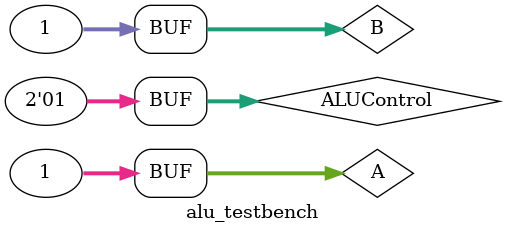
<source format=sv>
module alu (A, B, ALUControl, Result, ALUFlags);
	input logic [1:0] ALUControl;
	input logic [31:0] A, B;
	output logic [31:0] Result;
	output logic [3:0] ALUFlags;
	
	wire [31:0] B_Temp;
	wire [31:0] sum;
	wire cout;
	
	mux2a1 mux2a1 (ALUControl[0], B, B_Temp);
	
	add32 add32(A, B_Temp, ALUControl[0], sum, cout);
	
	mux4a1 mux4a1 (sum, sum, A & B, A | B, ALUControl, Result);
	
endmodule

module add32 (a, b, cin, sum, cout);
	input logic [31:0] a, b;
	input logic cin;
	output logic [31:0] sum;
	output logic cout;
	
	assign {cout, sum} = a + b + cin;
	
endmodule

module mux2a1 (s, d0, y);
	input logic s;
	input logic [31:0] d0;
	output logic [31:0] y;
	
	assign y = s ? ~d0: d0;
	
endmodule

module mux4a1 (a, b, c, d, sel, result);
	input logic [31:0] a,b,c,d;
	input logic [1:0] sel;
	output logic [31:0] result;

	always @(a or b or c or d or sel)
		begin
			case(sel)
				2'b00: result = a;
				2'b01: result = b;
				2'b10: result = c;
				2'b11: result = d;
			endcase
		end
endmodule

module alu_testbench ();
	logic [1:0] ALUControl;
	logic [31:0] A, B;
	logic [31:0] Result;
	logic [3:0] ALUFlags;
	
	alu alu(A, B, ALUControl, Result, ALUFlags);
	
	initial begin
		A = 32'h00000001;
		B = 32'h00000001;
		ALUControl = 2'b01;
	end
	
endmodule

</source>
